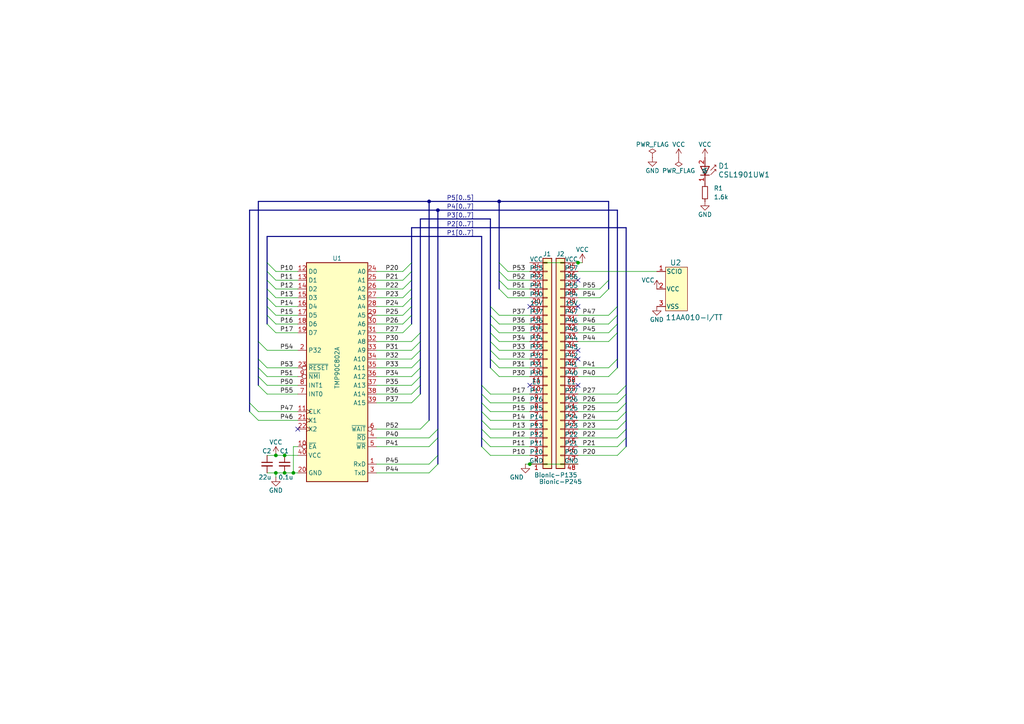
<source format=kicad_sch>
(kicad_sch (version 20231120) (generator "eeschema") (generator_version "8.0")
  (paper "A4")
  (title_block (title "BionicTMP90C802") (date "2024-12-18") (rev "7") (company "Tadashi G. Takaoka"))
  (lib_symbols
    (symbol "Device:C_Small" (pin_numbers hide) (pin_names (offset 0.254) hide)
      (property "Reference" "C" (at 0.254 1.778 0))
      (property "Value" "C_Small" (at 0.254 -2.032 0))
      (symbol "C_Small_0_1"
        (polyline (pts (xy -1.524 -0.508) (xy 1.524 -0.508)) (stroke (width 0.3302)))
        (polyline (pts (xy -1.524 0.508) (xy 1.524 0.508)) (stroke (width 0.3048)))
      )
      (symbol "C_Small_1_1"
        (pin passive line (at 0 2.54 270) (length 2.032) (name "~") (number "1"))
        (pin passive line (at 0 -2.54 90) (length 2.032) (name "~") (number "2"))
      )
    )
    (symbol "Device:R_Small" (pin_numbers hide) (pin_names (offset 0.254) hide)
      (property "Reference" "R" (at 0.762 0.508 0))
      (property "Value" "R_Small" (at 0.762 -1.016 0))
      (symbol "R_Small_0_1"
        (rectangle (start -0.762 1.778) (end 0.762 -1.778) (stroke (width 0.2032)))
      )
      (symbol "R_Small_1_1"
        (pin passive line (at 0 2.54 270) (length 0.762) (name "~") (number "1"))
        (pin passive line (at 0 -2.54 90) (length 0.762) (name "~") (number "2"))
      )
    )
    (symbol "bionic:Bionic-P135" (pin_names (offset 0))
      (property "Reference" "J" (at 0 30.48 0))
      (property "Value" "Bionic-P135" (at -1.27 -33.02 0))
      (symbol "Bionic-P135_1_1"
        (rectangle (start 0 -30.353) (end -1.27 -30.607) (stroke (width 0.1524)))
        (rectangle (start 0 -27.813) (end -1.27 -28.067) (stroke (width 0.1524)))
        (rectangle (start 0 -25.273) (end -1.27 -25.527) (stroke (width 0.1524)))
        (rectangle (start 0 -22.733) (end -1.27 -22.987) (stroke (width 0.1524)))
        (rectangle (start 0 -20.193) (end -1.27 -20.447) (stroke (width 0.1524)))
        (rectangle (start 0 -17.653) (end -1.27 -17.907) (stroke (width 0.1524)))
        (rectangle (start 0 -15.113) (end -1.27 -15.367) (stroke (width 0.1524)))
        (rectangle (start 0 -12.573) (end -1.27 -12.827) (stroke (width 0.1524)))
        (rectangle (start 0 -10.033) (end -1.27 -10.287) (stroke (width 0.1524)))
        (rectangle (start 0 -7.493) (end -1.27 -7.747) (stroke (width 0.1524)))
        (rectangle (start 0 -4.953) (end -1.27 -5.207) (stroke (width 0.1524)))
        (rectangle (start 0 -2.413) (end -1.27 -2.667) (stroke (width 0.1524)))
        (rectangle (start 0 0.127) (end -1.27 -0.127) (stroke (width 0.1524)))
        (rectangle (start 0 2.667) (end -1.27 2.413) (stroke (width 0.1524)))
        (rectangle (start 0 5.207) (end -1.27 4.953) (stroke (width 0.1524)))
        (rectangle (start 0 7.747) (end -1.27 7.493) (stroke (width 0.1524)))
        (rectangle (start 0 10.287) (end -1.27 10.033) (stroke (width 0.1524)))
        (rectangle (start 0 12.827) (end -1.27 12.573) (stroke (width 0.1524)))
        (rectangle (start 0 15.367) (end -1.27 15.113) (stroke (width 0.1524)))
        (rectangle (start 0 17.907) (end -1.27 17.653) (stroke (width 0.1524)))
        (rectangle (start 0 20.447) (end -1.27 20.193) (stroke (width 0.1524)))
        (rectangle (start 0 22.987) (end -1.27 22.733) (stroke (width 0.1524)))
        (rectangle (start 0 25.527) (end -1.27 25.273) (stroke (width 0.1524)))
        (rectangle (start 0 28.067) (end -1.27 27.813) (stroke (width 0.1524)))
        (rectangle (start 1.27 29.21) (end -1.27 -31.75) (stroke (width 0.254)) (fill (type background)))
        (pin power_in line (at -5.08 -30.48 0) (length 3.81) (name "GND") (number "1"))
        (pin bidirectional line (at -5.08 -7.62 0) (length 3.81) (name "E0") (number "10"))
        (pin bidirectional line (at -5.08 -5.08 0) (length 3.81) (name "P30") (number "11"))
        (pin bidirectional line (at -5.08 -2.54 0) (length 3.81) (name "P31") (number "12"))
        (pin bidirectional line (at -5.08 0 0) (length 3.81) (name "P32") (number "13"))
        (pin bidirectional line (at -5.08 2.54 0) (length 3.81) (name "P33") (number "14"))
        (pin bidirectional line (at -5.08 5.08 0) (length 3.81) (name "P34") (number "15"))
        (pin bidirectional line (at -5.08 7.62 0) (length 3.81) (name "P35") (number "16"))
        (pin bidirectional line (at -5.08 10.16 0) (length 3.81) (name "P36") (number "17"))
        (pin bidirectional line (at -5.08 12.7 0) (length 3.81) (name "P37") (number "18"))
        (pin power_in line (at -5.08 15.24 0) (length 3.81) (name "15V") (number "19"))
        (pin bidirectional line (at -5.08 -27.94 0) (length 3.81) (name "P10") (number "2"))
        (pin bidirectional line (at -5.08 17.78 0) (length 3.81) (name "P50") (number "20"))
        (pin bidirectional line (at -5.08 20.32 0) (length 3.81) (name "P51") (number "21"))
        (pin bidirectional line (at -5.08 22.86 0) (length 3.81) (name "P52") (number "22"))
        (pin bidirectional line (at -5.08 25.4 0) (length 3.81) (name "P53") (number "23"))
        (pin power_in line (at -5.08 27.94 0) (length 3.81) (name "VCC") (number "24"))
        (pin bidirectional line (at -5.08 -25.4 0) (length 3.81) (name "P11") (number "3"))
        (pin bidirectional line (at -5.08 -22.86 0) (length 3.81) (name "P12") (number "4"))
        (pin bidirectional line (at -5.08 -20.32 0) (length 3.81) (name "P13") (number "5"))
        (pin bidirectional line (at -5.08 -17.78 0) (length 3.81) (name "P14") (number "6"))
        (pin bidirectional line (at -5.08 -15.24 0) (length 3.81) (name "P15") (number "7"))
        (pin bidirectional line (at -5.08 -12.7 0) (length 3.81) (name "P16") (number "8"))
        (pin bidirectional line (at -5.08 -10.16 0) (length 3.81) (name "P17") (number "9"))
      )
    )
    (symbol "bionic:Bionic-P245" (pin_names (offset 0))
      (property "Reference" "J" (at -3.81 30.48 0))
      (property "Value" "Bionic-P245" (at -1.27 -33.02 0))
      (symbol "Bionic-P245_1_1"
        (rectangle (start -2.54 -30.607) (end -3.81 -30.353) (stroke (width 0.1524)))
        (rectangle (start -2.54 -28.067) (end -3.81 -27.813) (stroke (width 0.1524)))
        (rectangle (start -2.54 -25.527) (end -3.81 -25.273) (stroke (width 0.1524)))
        (rectangle (start -2.54 -22.987) (end -3.81 -22.733) (stroke (width 0.1524)))
        (rectangle (start -2.54 -20.447) (end -3.81 -20.193) (stroke (width 0.1524)))
        (rectangle (start -2.54 -17.907) (end -3.81 -17.653) (stroke (width 0.1524)))
        (rectangle (start -2.54 -15.367) (end -3.81 -15.113) (stroke (width 0.1524)))
        (rectangle (start -2.54 -12.827) (end -3.81 -12.573) (stroke (width 0.1524)))
        (rectangle (start -2.54 -10.287) (end -3.81 -10.033) (stroke (width 0.1524)))
        (rectangle (start -2.54 -7.747) (end -3.81 -7.493) (stroke (width 0.1524)))
        (rectangle (start -2.54 -5.207) (end -3.81 -4.953) (stroke (width 0.1524)))
        (rectangle (start -2.54 -2.667) (end -3.81 -2.413) (stroke (width 0.1524)))
        (rectangle (start -2.54 -0.127) (end -3.81 0.127) (stroke (width 0.1524)))
        (rectangle (start -2.54 2.413) (end -3.81 2.667) (stroke (width 0.1524)))
        (rectangle (start -2.54 4.953) (end -3.81 5.207) (stroke (width 0.1524)))
        (rectangle (start -2.54 7.493) (end -3.81 7.747) (stroke (width 0.1524)))
        (rectangle (start -2.54 10.033) (end -3.81 10.287) (stroke (width 0.1524)))
        (rectangle (start -2.54 12.573) (end -3.81 12.827) (stroke (width 0.1524)))
        (rectangle (start -2.54 15.113) (end -3.81 15.367) (stroke (width 0.1524)))
        (rectangle (start -2.54 17.653) (end -3.81 17.907) (stroke (width 0.1524)))
        (rectangle (start -2.54 20.193) (end -3.81 20.447) (stroke (width 0.1524)))
        (rectangle (start -2.54 22.733) (end -3.81 22.987) (stroke (width 0.1524)))
        (rectangle (start -2.54 25.273) (end -3.81 25.527) (stroke (width 0.1524)))
        (rectangle (start -2.54 27.813) (end -3.81 28.067) (stroke (width 0.1524)))
        (rectangle (start -2.54 29.21) (end -5.08 -31.75) (stroke (width 0.254)) (fill (type background)))
        (pin power_in line (at 1.27 27.94 180) (length 3.81) (name "VCC") (number "25"))
        (pin bidirectional line (at 1.27 25.4 180) (length 3.81) (name "P57") (number "26"))
        (pin bidirectional line (at 1.27 22.86 180) (length 3.81) (name "P56") (number "27"))
        (pin bidirectional line (at 1.27 20.32 180) (length 3.81) (name "P55") (number "28"))
        (pin bidirectional line (at 1.27 17.78 180) (length 3.81) (name "P54") (number "29"))
        (pin power_in line (at 1.27 15.24 180) (length 3.81) (name "15V") (number "30"))
        (pin bidirectional line (at 1.27 12.7 180) (length 3.81) (name "P47") (number "31"))
        (pin bidirectional line (at 1.27 10.16 180) (length 3.81) (name "P46") (number "32"))
        (pin bidirectional line (at 1.27 7.62 180) (length 3.81) (name "P45") (number "33"))
        (pin bidirectional line (at 1.27 5.08 180) (length 3.81) (name "P44") (number "34"))
        (pin bidirectional line (at 1.27 2.54 180) (length 3.81) (name "P43") (number "35"))
        (pin bidirectional line (at 1.27 0 180) (length 3.81) (name "P42") (number "36"))
        (pin bidirectional line (at 1.27 -2.54 180) (length 3.81) (name "P41") (number "37"))
        (pin bidirectional line (at 1.27 -5.08 180) (length 3.81) (name "P40") (number "38"))
        (pin bidirectional line (at 1.27 -7.62 180) (length 3.81) (name "E1") (number "39"))
        (pin bidirectional line (at 1.27 -10.16 180) (length 3.81) (name "P27") (number "40"))
        (pin bidirectional line (at 1.27 -12.7 180) (length 3.81) (name "P26") (number "41"))
        (pin bidirectional line (at 1.27 -15.24 180) (length 3.81) (name "P25") (number "42"))
        (pin bidirectional line (at 1.27 -17.78 180) (length 3.81) (name "P24") (number "43"))
        (pin bidirectional line (at 1.27 -20.32 180) (length 3.81) (name "P23") (number "44"))
        (pin bidirectional line (at 1.27 -22.86 180) (length 3.81) (name "P22") (number "45"))
        (pin bidirectional line (at 1.27 -25.4 180) (length 3.81) (name "P21") (number "46"))
        (pin bidirectional line (at 1.27 -27.94 180) (length 3.81) (name "P20") (number "47"))
        (pin power_in line (at 1.27 -30.48 180) (length 3.81) (name "GND") (number "48"))
      )
    )
    (symbol "cpu:TMP90C802A"
      (property "Reference" "U" (at -1.27 31.75 0))
      (property "Value" "TMP90C802A" (at 0 -3.81 90))
      (symbol "TMP90C802A_0_1"
        (rectangle (start -8.89 -33.02) (end 8.89 30.48) (stroke (width 0.254)) (fill (type background)))
      )
      (symbol "TMP90C802A_1_1"
        (pin input line (at 11.43 -27.94 180) (length 2.54) (name "RxD") (number "1"))
        (pin input inverted (at -11.43 -22.86 0) (length 2.54) (name "~{EA}") (number "10"))
        (pin output clock (at -11.43 -12.7 0) (length 2.54) (name "CLK") (number "11"))
        (pin bidirectional line (at -11.43 27.94 0) (length 2.54) (name "D0") (number "12"))
        (pin bidirectional line (at -11.43 25.4 0) (length 2.54) (name "D1") (number "13"))
        (pin bidirectional line (at -11.43 22.86 0) (length 2.54) (name "D2") (number "14"))
        (pin bidirectional line (at -11.43 20.32 0) (length 2.54) (name "D3") (number "15"))
        (pin bidirectional line (at -11.43 17.78 0) (length 2.54) (name "D4") (number "16"))
        (pin bidirectional line (at -11.43 15.24 0) (length 2.54) (name "D5") (number "17"))
        (pin bidirectional line (at -11.43 12.7 0) (length 2.54) (name "D6") (number "18"))
        (pin bidirectional line (at -11.43 10.16 0) (length 2.54) (name "D7") (number "19"))
        (pin bidirectional line (at -11.43 5.08 0) (length 2.54) (name "P32") (number "2"))
        (pin power_in line (at -11.43 -30.48 0) (length 2.54) (name "GND") (number "20"))
        (pin input clock (at -11.43 -15.24 0) (length 2.54) (name "X1") (number "21"))
        (pin passive clock (at -11.43 -17.78 0) (length 2.54) (name "X2") (number "22"))
        (pin input inverted (at -11.43 0 0) (length 2.54) (name "~{RESET}") (number "23"))
        (pin output line (at 11.43 27.94 180) (length 2.54) (name "A0") (number "24"))
        (pin output line (at 11.43 25.4 180) (length 2.54) (name "A1") (number "25"))
        (pin output line (at 11.43 22.86 180) (length 2.54) (name "A2") (number "26"))
        (pin output line (at 11.43 20.32 180) (length 2.54) (name "A3") (number "27"))
        (pin output line (at 11.43 17.78 180) (length 2.54) (name "A4") (number "28"))
        (pin output inverted (at 11.43 15.24 180) (length 2.54) (name "A5") (number "29"))
        (pin output line (at 11.43 -30.48 180) (length 2.54) (name "TxD") (number "3"))
        (pin output line (at 11.43 12.7 180) (length 2.54) (name "A6") (number "30"))
        (pin output line (at 11.43 10.16 180) (length 2.54) (name "A7") (number "31"))
        (pin output line (at 11.43 7.62 180) (length 2.54) (name "A8") (number "32"))
        (pin output line (at 11.43 5.08 180) (length 2.54) (name "A9") (number "33"))
        (pin output line (at 11.43 2.54 180) (length 2.54) (name "A10") (number "34"))
        (pin output line (at 11.43 0 180) (length 2.54) (name "A11") (number "35"))
        (pin output line (at 11.43 -2.54 180) (length 2.54) (name "A12") (number "36"))
        (pin output line (at 11.43 -5.08 180) (length 2.54) (name "A13") (number "37"))
        (pin output line (at 11.43 -7.62 180) (length 2.54) (name "A14") (number "38"))
        (pin output line (at 11.43 -10.16 180) (length 2.54) (name "A15") (number "39"))
        (pin output line (at 11.43 -20.32 180) (length 2.54) (name "~{RD}") (number "4"))
        (pin power_in line (at -11.43 -25.4 0) (length 2.54) (name "VCC") (number "40"))
        (pin output line (at 11.43 -22.86 180) (length 2.54) (name "~{WR}") (number "5"))
        (pin input inverted (at 11.43 -17.78 180) (length 2.54) (name "~{WAIT}") (number "6"))
        (pin input line (at -11.43 -7.62 0) (length 2.54) (name "INT0") (number "7"))
        (pin input line (at -11.43 -5.08 0) (length 2.54) (name "INT1") (number "8"))
        (pin input inverted (at -11.43 -2.54 0) (length 2.54) (name "~{NMI}") (number "9"))
      )
    )
    (symbol "microchip:11AA010-I_TT" (pin_names (offset 0.254))
      (property "Reference" "U" (at 2.54 1.27 0))
      (property "Value" "11AA010-I/TT" (at 3.81 -13.97 0))
      (symbol "11AA010-I_TT_1_1"
        (rectangle (start 0 0) (end 6.35 -12.7) (fill (type background)))
        (pin bidirectional line (at -2.54 -1.27 0) (length 2.54) (name "SCIO") (number "1"))
        (pin power_in line (at -2.54 -6.35 0) (length 2.54) (name "VCC") (number "2"))
        (pin power_in line (at -2.54 -11.43 0) (length 2.54) (name "VSS") (number "3"))
      )
    )
    (symbol "power:GND" (power) (pin_numbers hide) (pin_names (offset 0) hide)
      (property "Value" "GND" (at 0 -3.81 0))
      (symbol "GND_0_1"
        (polyline (pts (xy 0 0) (xy 0 -1.27) (xy 1.27 -1.27) (xy 0 -2.54) (xy -1.27 -1.27) (xy 0 -1.27)))
      )
      (symbol "GND_1_1"
        (pin power_in line (at 0 0 270) (length 0) (name "~") (number "1"))
      )
    )
    (symbol "power:PWR_FLAG" (power) (pin_numbers hide) (pin_names (offset 0) hide)
      (property "Value" "PWR_FLAG" (at 0 3.81 0))
      (symbol "PWR_FLAG_0_0"
        (pin power_out line (at 0 0 90) (length 0) (name "~") (number "1"))
      )
      (symbol "PWR_FLAG_0_1"
        (polyline (pts (xy 0 0) (xy 0 1.27) (xy -1.016 1.905) (xy 0 2.54) (xy 1.016 1.905) (xy 0 1.27)))
      )
    )
    (symbol "power:VCC" (power) (pin_numbers hide) (pin_names (offset 0) hide)
      (property "Value" "VCC" (at 0 3.556 0))
      (symbol "VCC_0_1"
        (polyline (pts (xy -0.762 1.27) (xy 0 2.54)))
        (polyline (pts (xy 0 0) (xy 0 2.54)))
        (polyline (pts (xy 0 2.54) (xy 0.762 1.27)))
      )
      (symbol "VCC_1_1"
        (pin power_in line (at 0 0 90) (length 0) (name "~") (number "1"))
      )
    )
    (symbol "rhom:CSL1901UW1" (pin_names (offset 0.254))
      (property "Reference" "D" (at 3.81 -2.54 0))
      (property "Value" "CSL1901UW1" (at 3.81 -5.08 0))
      (symbol "CSL1901UW1_0_1"
        (polyline (pts (xy 2.159 3.175) (xy 2.667 3.175)))
        (polyline (pts (xy 2.54 0) (xy 5.08 0)))
        (polyline (pts (xy 5.08 1.27) (xy 5.08 -1.27)) (stroke (width 0.254)))
        (polyline (pts (xy 3.683 1.651) (xy 2.159 3.175) (xy 2.159 2.667)))
        (polyline (pts (xy 2.54 -1.27) (xy 5.08 0) (xy 2.54 1.27) (xy 2.54 -1.27)) (stroke (width 0.254)))
        (polyline (pts (xy 4.953 1.651) (xy 3.429 3.175) (xy 3.429 2.667) (xy 3.429 3.175) (xy 3.937 3.175)))
      )
      (symbol "CSL1901UW1_1_1"
        (pin passive line (at 7.62 0 180) (length 2.54) (name "K") (number "1"))
        (pin passive line (at 0 0 0) (length 2.54) (name "A") (number "2"))
      )
      (symbol "CSL1901UW1_1_2"
        (polyline (pts (xy -5.08 7.62) (xy -4.445 8.255)) (stroke (width 0.2032)))
        (polyline (pts (xy -5.08 8.255) (xy -5.08 7.62)) (stroke (width 0.2032)))
        (polyline (pts (xy -4.445 6.35) (xy -3.81 6.985)) (stroke (width 0.2032)))
        (polyline (pts (xy -4.445 8.255) (xy -5.08 8.255)) (stroke (width 0.2032)))
        (polyline (pts (xy -4.445 9.525) (xy -3.81 10.16)) (stroke (width 0.2032)))
        (polyline (pts (xy -4.445 10.16) (xy -4.445 9.525)) (stroke (width 0.2032)))
        (polyline (pts (xy -3.81 6.985) (xy -5.08 8.255)) (stroke (width 0.2032)))
        (polyline (pts (xy -3.81 8.255) (xy -3.175 8.89)) (stroke (width 0.2032)))
        (polyline (pts (xy -3.81 10.16) (xy -4.445 10.16)) (stroke (width 0.2032)))
        (polyline (pts (xy -3.175 5.08) (xy -4.445 6.35)) (stroke (width 0.2032)))
        (polyline (pts (xy -3.175 8.89) (xy -4.445 10.16)) (stroke (width 0.2032)))
        (polyline (pts (xy -2.54 6.985) (xy -3.81 8.255)) (stroke (width 0.2032)))
        (polyline (pts (xy -1.905 3.81) (xy 1.905 3.81)) (stroke (width 0.2032)))
        (polyline (pts (xy 0 2.54) (xy 0 3.4798)) (stroke (width 0.2032)))
        (polyline (pts (xy 0 3.175) (xy 0 3.81)) (stroke (width 0.2032)))
        (polyline (pts (xy 0 6.35) (xy -1.905 3.81)) (stroke (width 0.2032)))
        (polyline (pts (xy 0 6.35) (xy 0 7.62)) (stroke (width 0.2032)))
        (polyline (pts (xy 1.905 3.81) (xy 0 6.35)) (stroke (width 0.2032)))
        (polyline (pts (xy 1.905 6.35) (xy -1.905 6.35)) (stroke (width 0.2032)))
        (pin unspecified line (at 0 10.16 270) (length 2.54) (name "") (number "1"))
        (pin unspecified line (at 0 0 90) (length 2.54) (name "") (number "2"))
      )
    )
  )
  (junction (at 167.64 76.2))
  (junction (at 85.09 137.16))
  (junction (at 144.78 58.42))
  (junction (at 82.55 137.16))
  (junction (at 82.55 132.08))
  (junction (at 127 60.96))
  (junction (at 153.67 134.62))
  (junction (at 124.46 58.42))
  (junction (at 80.01 137.16))
  (junction (at 80.01 132.08))
  (no_connect (at 153.67 111.76))
  (no_connect (at 167.64 81.28))
  (no_connect (at 167.64 104.14))
  (no_connect (at 153.67 88.9))
  (no_connect (at 167.64 88.9))
  (no_connect (at 167.64 101.6))
  (no_connect (at 167.64 111.76))
  (no_connect (at 86.36 124.46))
  (bus_entry (at 74.93 106.68) (size 2.54 2.54))
  (bus_entry (at 142.24 93.98) (size 2.54 2.54))
  (bus_entry (at 119.38 83.82) (size -2.54 2.54))
  (bus_entry (at 144.78 76.2) (size 2.54 2.54))
  (bus_entry (at 72.39 119.38) (size 2.54 2.54))
  (bus_entry (at 181.61 124.46) (size -2.54 2.54))
  (bus_entry (at 176.53 99.06) (size 2.54 -2.54))
  (bus_entry (at 121.92 114.3) (size -2.54 2.54))
  (bus_entry (at 127 132.08) (size -2.54 2.54))
  (bus_entry (at 181.61 114.3) (size -2.54 2.54))
  (bus_entry (at 80.01 88.9) (size -2.54 -2.54))
  (bus_entry (at 144.78 78.74) (size 2.54 2.54))
  (bus_entry (at 121.92 106.68) (size -2.54 2.54))
  (bus_entry (at 142.24 96.52) (size 2.54 2.54))
  (bus_entry (at 142.24 127) (size -2.54 -2.54))
  (bus_entry (at 119.38 106.68) (size 2.54 -2.54))
  (bus_entry (at 127 124.46) (size -2.54 2.54))
  (bus_entry (at 80.01 83.82) (size -2.54 -2.54))
  (bus_entry (at 176.53 93.98) (size 2.54 -2.54))
  (bus_entry (at 119.38 91.44) (size -2.54 2.54))
  (bus_entry (at 176.53 96.52) (size 2.54 -2.54))
  (bus_entry (at 74.93 99.06) (size 2.54 2.54))
  (bus_entry (at 142.24 129.54) (size -2.54 -2.54))
  (bus_entry (at 119.38 81.28) (size -2.54 2.54))
  (bus_entry (at 119.38 78.74) (size -2.54 2.54))
  (bus_entry (at 142.24 99.06) (size 2.54 2.54))
  (bus_entry (at 144.78 83.82) (size 2.54 2.54))
  (bus_entry (at 119.38 76.2) (size -2.54 2.54))
  (bus_entry (at 142.24 106.68) (size 2.54 2.54))
  (bus_entry (at 80.01 78.74) (size -2.54 -2.54))
  (bus_entry (at 142.24 101.6) (size 2.54 2.54))
  (bus_entry (at 142.24 104.14) (size 2.54 2.54))
  (bus_entry (at 181.61 129.54) (size -2.54 2.54))
  (bus_entry (at 181.61 121.92) (size -2.54 2.54))
  (bus_entry (at 77.47 111.76) (size -2.54 -2.54))
  (bus_entry (at 176.53 91.44) (size 2.54 -2.54))
  (bus_entry (at 173.99 86.36) (size 2.54 -2.54))
  (bus_entry (at 181.61 116.84) (size -2.54 2.54))
  (bus_entry (at 80.01 86.36) (size -2.54 -2.54))
  (bus_entry (at 142.24 132.08) (size -2.54 -2.54))
  (bus_entry (at 119.38 101.6) (size 2.54 -2.54))
  (bus_entry (at 176.53 106.68) (size 2.54 -2.54))
  (bus_entry (at 119.38 99.06) (size 2.54 -2.54))
  (bus_entry (at 179.07 114.3) (size 2.54 -2.54))
  (bus_entry (at 119.38 88.9) (size -2.54 2.54))
  (bus_entry (at 124.46 137.16) (size 2.54 -2.54))
  (bus_entry (at 142.24 91.44) (size 2.54 2.54))
  (bus_entry (at 80.01 81.28) (size -2.54 -2.54))
  (bus_entry (at 142.24 88.9) (size 2.54 2.54))
  (bus_entry (at 173.99 83.82) (size 2.54 -2.54))
  (bus_entry (at 74.93 104.14) (size 2.54 2.54))
  (bus_entry (at 176.53 109.22) (size 2.54 -2.54))
  (bus_entry (at 142.24 124.46) (size -2.54 -2.54))
  (bus_entry (at 119.38 86.36) (size -2.54 2.54))
  (bus_entry (at 142.24 114.3) (size -2.54 -2.54))
  (bus_entry (at 80.01 93.98) (size -2.54 -2.54))
  (bus_entry (at 121.92 109.22) (size -2.54 2.54))
  (bus_entry (at 80.01 91.44) (size -2.54 -2.54))
  (bus_entry (at 121.92 124.46) (size 2.54 -2.54))
  (bus_entry (at 142.24 116.84) (size -2.54 -2.54))
  (bus_entry (at 119.38 104.14) (size 2.54 -2.54))
  (bus_entry (at 142.24 119.38) (size -2.54 -2.54))
  (bus_entry (at 72.39 116.84) (size 2.54 2.54))
  (bus_entry (at 181.61 119.38) (size -2.54 2.54))
  (bus_entry (at 80.01 96.52) (size -2.54 -2.54))
  (bus_entry (at 127 127) (size -2.54 2.54))
  (bus_entry (at 121.92 111.76) (size -2.54 2.54))
  (bus_entry (at 181.61 127) (size -2.54 2.54))
  (bus_entry (at 77.47 114.3) (size -2.54 -2.54))
  (bus_entry (at 142.24 121.92) (size -2.54 -2.54))
  (bus_entry (at 119.38 93.98) (size -2.54 2.54))
  (bus_entry (at 144.78 81.28) (size 2.54 2.54))
  (bus (pts (xy 74.93 106.68) (xy 74.93 109.22)))
  (bus (pts (xy 77.47 68.58) (xy 139.7 68.58)))
  (wire (pts (xy 142.24 124.46) (xy 153.67 124.46)))
  (bus (pts (xy 119.38 83.82) (xy 119.38 86.36)))
  (wire (pts (xy 80.01 138.43) (xy 80.01 137.16)))
  (wire (pts (xy 109.22 111.76) (xy 119.38 111.76)))
  (wire (pts (xy 142.24 129.54) (xy 153.67 129.54)))
  (bus (pts (xy 77.47 76.2) (xy 77.47 68.58)))
  (bus (pts (xy 142.24 96.52) (xy 142.24 99.06)))
  (wire (pts (xy 167.64 114.3) (xy 179.07 114.3)))
  (bus (pts (xy 119.38 91.44) (xy 119.38 93.98)))
  (wire (pts (xy 80.01 91.44) (xy 86.36 91.44)))
  (bus (pts (xy 121.92 96.52) (xy 121.92 63.5)))
  (wire (pts (xy 147.32 83.82) (xy 153.67 83.82)))
  (wire (pts (xy 167.64 129.54) (xy 179.07 129.54)))
  (bus (pts (xy 181.61 121.92) (xy 181.61 124.46)))
  (bus (pts (xy 139.7 114.3) (xy 139.7 116.84)))
  (bus (pts (xy 127 60.96) (xy 127 124.46)))
  (wire (pts (xy 77.47 137.16) (xy 80.01 137.16)))
  (wire (pts (xy 144.78 93.98) (xy 153.67 93.98)))
  (bus (pts (xy 144.78 78.74) (xy 144.78 81.28)))
  (wire (pts (xy 86.36 129.54) (xy 85.09 129.54)))
  (bus (pts (xy 181.61 111.76) (xy 181.61 114.3)))
  (wire (pts (xy 167.64 83.82) (xy 173.99 83.82)))
  (wire (pts (xy 82.55 137.16) (xy 85.09 137.16)))
  (bus (pts (xy 144.78 76.2) (xy 144.78 78.74)))
  (bus (pts (xy 142.24 88.9) (xy 142.24 91.44)))
  (wire (pts (xy 142.24 114.3) (xy 153.67 114.3)))
  (bus (pts (xy 121.92 106.68) (xy 121.92 109.22)))
  (wire (pts (xy 109.22 83.82) (xy 116.84 83.82)))
  (wire (pts (xy 142.24 132.08) (xy 153.67 132.08)))
  (wire (pts (xy 167.64 119.38) (xy 179.07 119.38)))
  (bus (pts (xy 179.07 91.44) (xy 179.07 88.9)))
  (wire (pts (xy 85.09 137.16) (xy 86.36 137.16)))
  (bus (pts (xy 121.92 63.5) (xy 142.24 63.5)))
  (wire (pts (xy 80.01 78.74) (xy 86.36 78.74)))
  (bus (pts (xy 124.46 58.42) (xy 144.78 58.42)))
  (wire (pts (xy 80.01 86.36) (xy 86.36 86.36)))
  (bus (pts (xy 139.7 127) (xy 139.7 129.54)))
  (wire (pts (xy 152.4 134.62) (xy 153.67 134.62)))
  (wire (pts (xy 109.22 104.14) (xy 119.38 104.14)))
  (bus (pts (xy 77.47 86.36) (xy 77.47 88.9)))
  (wire (pts (xy 77.47 114.3) (xy 86.36 114.3)))
  (wire (pts (xy 109.22 101.6) (xy 119.38 101.6)))
  (bus (pts (xy 179.07 106.68) (xy 179.07 104.14)))
  (wire (pts (xy 167.64 96.52) (xy 176.53 96.52)))
  (bus (pts (xy 144.78 58.42) (xy 176.53 58.42)))
  (bus (pts (xy 121.92 99.06) (xy 121.92 101.6)))
  (bus (pts (xy 176.53 81.28) (xy 176.53 58.42)))
  (bus (pts (xy 119.38 81.28) (xy 119.38 83.82)))
  (bus (pts (xy 77.47 83.82) (xy 77.47 86.36)))
  (bus (pts (xy 127 60.96) (xy 179.07 60.96)))
  (bus (pts (xy 139.7 119.38) (xy 139.7 121.92)))
  (bus (pts (xy 139.7 111.76) (xy 139.7 114.3)))
  (wire (pts (xy 80.01 83.82) (xy 86.36 83.82)))
  (wire (pts (xy 109.22 96.52) (xy 116.84 96.52)))
  (bus (pts (xy 77.47 88.9) (xy 77.47 91.44)))
  (wire (pts (xy 109.22 81.28) (xy 116.84 81.28)))
  (bus (pts (xy 144.78 81.28) (xy 144.78 83.82)))
  (bus (pts (xy 176.53 83.82) (xy 176.53 81.28)))
  (bus (pts (xy 77.47 78.74) (xy 77.47 81.28)))
  (wire (pts (xy 144.78 91.44) (xy 153.67 91.44)))
  (wire (pts (xy 109.22 88.9) (xy 116.84 88.9)))
  (bus (pts (xy 181.61 66.04) (xy 181.61 111.76)))
  (wire (pts (xy 80.01 96.52) (xy 86.36 96.52)))
  (bus (pts (xy 179.07 96.52) (xy 179.07 93.98)))
  (wire (pts (xy 153.67 76.2) (xy 167.64 76.2)))
  (wire (pts (xy 144.78 104.14) (xy 153.67 104.14)))
  (bus (pts (xy 74.93 104.14) (xy 74.93 106.68)))
  (wire (pts (xy 109.22 134.62) (xy 124.46 134.62)))
  (wire (pts (xy 167.64 91.44) (xy 176.53 91.44)))
  (wire (pts (xy 82.55 132.08) (xy 86.36 132.08)))
  (wire (pts (xy 85.09 129.54) (xy 85.09 137.16)))
  (wire (pts (xy 167.64 93.98) (xy 176.53 93.98)))
  (wire (pts (xy 142.24 127) (xy 153.67 127)))
  (bus (pts (xy 119.38 88.9) (xy 119.38 91.44)))
  (bus (pts (xy 119.38 86.36) (xy 119.38 88.9)))
  (bus (pts (xy 139.7 116.84) (xy 139.7 119.38)))
  (bus (pts (xy 77.47 81.28) (xy 77.47 83.82)))
  (bus (pts (xy 74.93 109.22) (xy 74.93 111.76)))
  (wire (pts (xy 77.47 111.76) (xy 86.36 111.76)))
  (bus (pts (xy 139.7 68.58) (xy 139.7 111.76)))
  (bus (pts (xy 181.61 119.38) (xy 181.61 121.92)))
  (wire (pts (xy 167.64 124.46) (xy 179.07 124.46)))
  (wire (pts (xy 109.22 129.54) (xy 124.46 129.54)))
  (wire (pts (xy 80.01 81.28) (xy 86.36 81.28)))
  (wire (pts (xy 77.47 106.68) (xy 86.36 106.68)))
  (bus (pts (xy 119.38 76.2) (xy 119.38 78.74)))
  (wire (pts (xy 167.64 78.74) (xy 190.5 78.74)))
  (bus (pts (xy 72.39 60.96) (xy 72.39 116.84)))
  (wire (pts (xy 109.22 93.98) (xy 116.84 93.98)))
  (bus (pts (xy 142.24 63.5) (xy 142.24 88.9)))
  (bus (pts (xy 74.93 58.42) (xy 124.46 58.42)))
  (wire (pts (xy 109.22 91.44) (xy 116.84 91.44)))
  (bus (pts (xy 179.07 96.52) (xy 179.07 104.14)))
  (wire (pts (xy 144.78 109.22) (xy 153.67 109.22)))
  (wire (pts (xy 109.22 109.22) (xy 119.38 109.22)))
  (wire (pts (xy 167.64 121.92) (xy 179.07 121.92)))
  (wire (pts (xy 142.24 119.38) (xy 153.67 119.38)))
  (bus (pts (xy 121.92 111.76) (xy 121.92 114.3)))
  (bus (pts (xy 179.07 93.98) (xy 179.07 91.44)))
  (bus (pts (xy 121.92 96.52) (xy 121.92 99.06)))
  (bus (pts (xy 74.93 104.14) (xy 74.93 99.06)))
  (wire (pts (xy 109.22 124.46) (xy 121.92 124.46)))
  (wire (pts (xy 167.64 109.22) (xy 176.53 109.22)))
  (bus (pts (xy 121.92 104.14) (xy 121.92 106.68)))
  (bus (pts (xy 127 124.46) (xy 127 127)))
  (wire (pts (xy 142.24 121.92) (xy 153.67 121.92)))
  (bus (pts (xy 121.92 101.6) (xy 121.92 104.14)))
  (wire (pts (xy 144.78 101.6) (xy 153.67 101.6)))
  (wire (pts (xy 109.22 127) (xy 124.46 127)))
  (bus (pts (xy 72.39 119.38) (xy 72.39 116.84)))
  (bus (pts (xy 144.78 58.42) (xy 144.78 76.2)))
  (bus (pts (xy 119.38 76.2) (xy 119.38 66.04)))
  (wire (pts (xy 168.91 76.2) (xy 167.64 76.2)))
  (bus (pts (xy 72.39 60.96) (xy 127 60.96)))
  (bus (pts (xy 142.24 91.44) (xy 142.24 93.98)))
  (bus (pts (xy 77.47 91.44) (xy 77.47 93.98)))
  (wire (pts (xy 144.78 96.52) (xy 153.67 96.52)))
  (wire (pts (xy 109.22 99.06) (xy 119.38 99.06)))
  (wire (pts (xy 77.47 132.08) (xy 80.01 132.08)))
  (wire (pts (xy 109.22 86.36) (xy 116.84 86.36)))
  (wire (pts (xy 74.93 121.92) (xy 86.36 121.92)))
  (wire (pts (xy 142.24 116.84) (xy 153.67 116.84)))
  (wire (pts (xy 109.22 78.74) (xy 116.84 78.74)))
  (bus (pts (xy 142.24 104.14) (xy 142.24 106.68)))
  (bus (pts (xy 139.7 124.46) (xy 139.7 127)))
  (wire (pts (xy 167.64 86.36) (xy 173.99 86.36)))
  (wire (pts (xy 109.22 137.16) (xy 124.46 137.16)))
  (wire (pts (xy 144.78 106.68) (xy 153.67 106.68)))
  (bus (pts (xy 124.46 121.92) (xy 124.46 58.42)))
  (wire (pts (xy 167.64 127) (xy 179.07 127)))
  (wire (pts (xy 147.32 81.28) (xy 153.67 81.28)))
  (wire (pts (xy 74.93 119.38) (xy 86.36 119.38)))
  (wire (pts (xy 167.64 132.08) (xy 179.07 132.08)))
  (bus (pts (xy 74.93 99.06) (xy 74.93 58.42)))
  (wire (pts (xy 147.32 86.36) (xy 153.67 86.36)))
  (wire (pts (xy 147.32 78.74) (xy 153.67 78.74)))
  (bus (pts (xy 119.38 78.74) (xy 119.38 81.28)))
  (wire (pts (xy 80.01 88.9) (xy 86.36 88.9)))
  (wire (pts (xy 80.01 132.08) (xy 82.55 132.08)))
  (bus (pts (xy 142.24 99.06) (xy 142.24 101.6)))
  (bus (pts (xy 77.47 76.2) (xy 77.47 78.74)))
  (wire (pts (xy 109.22 116.84) (xy 119.38 116.84)))
  (wire (pts (xy 109.22 114.3) (xy 119.38 114.3)))
  (bus (pts (xy 127 132.08) (xy 127 134.62)))
  (bus (pts (xy 121.92 109.22) (xy 121.92 111.76)))
  (bus (pts (xy 179.07 60.96) (xy 179.07 88.9)))
  (bus (pts (xy 181.61 124.46) (xy 181.61 127)))
  (bus (pts (xy 181.61 127) (xy 181.61 129.54)))
  (wire (pts (xy 167.64 99.06) (xy 176.53 99.06)))
  (bus (pts (xy 142.24 101.6) (xy 142.24 104.14)))
  (wire (pts (xy 77.47 109.22) (xy 86.36 109.22)))
  (wire (pts (xy 109.22 106.68) (xy 119.38 106.68)))
  (wire (pts (xy 80.01 137.16) (xy 82.55 137.16)))
  (wire (pts (xy 167.64 116.84) (xy 179.07 116.84)))
  (wire (pts (xy 167.64 106.68) (xy 176.53 106.68)))
  (bus (pts (xy 181.61 116.84) (xy 181.61 119.38)))
  (bus (pts (xy 142.24 93.98) (xy 142.24 96.52)))
  (wire (pts (xy 153.67 134.62) (xy 167.64 134.62)))
  (bus (pts (xy 139.7 121.92) (xy 139.7 124.46)))
  (bus (pts (xy 181.61 114.3) (xy 181.61 116.84)))
  (wire (pts (xy 144.78 99.06) (xy 153.67 99.06)))
  (wire (pts (xy 77.47 101.6) (xy 86.36 101.6)))
  (bus (pts (xy 127 127) (xy 127 132.08)))
  (bus (pts (xy 119.38 66.04) (xy 181.61 66.04)))
  (wire (pts (xy 80.01 93.98) (xy 86.36 93.98)))
  (label "P46" (at 168.91 93.98 0))
  (label "P17" (at 85.09 96.52 180))
  (label "P52" (at 152.4 81.28 180))
  (label "P32" (at 152.4 104.14 180))
  (label "P22" (at 168.91 127 0))
  (label "P2[0..7]" (at 129.54 66.04 0))
  (label "P45" (at 168.91 96.52 0))
  (label "P27" (at 168.91 114.3 0))
  (label "P53" (at 152.4 78.74 180))
  (label "P23" (at 168.91 124.46 0))
  (label "P32" (at 111.76 104.14 0))
  (label "P3[0..7]" (at 129.54 63.5 0))
  (label "P54" (at 85.09 101.6 180))
  (label "P47" (at 85.09 119.38 180))
  (label "P50" (at 152.4 86.36 180))
  (label "P21" (at 111.76 81.28 0))
  (label "P40" (at 168.91 109.22 0))
  (label "P10" (at 152.4 132.08 180))
  (label "P50" (at 85.09 111.76 180))
  (label "P16" (at 152.4 116.84 180))
  (label "P23" (at 111.76 86.36 0))
  (label "P13" (at 152.4 124.46 180))
  (label "P34" (at 152.4 99.06 180))
  (label "P41" (at 111.76 129.54 0))
  (label "P1[0..7]" (at 129.54 68.58 0))
  (label "P14" (at 85.09 88.9 180))
  (label "P26" (at 168.91 116.84 0))
  (label "P40" (at 111.76 127 0))
  (label "P5[0..5]" (at 129.54 58.42 0))
  (label "P14" (at 152.4 121.92 180))
  (label "P25" (at 168.91 119.38 0))
  (label "P20" (at 168.91 132.08 0))
  (label "P55" (at 168.91 83.82 0))
  (label "P12" (at 85.09 83.82 180))
  (label "P11" (at 85.09 81.28 180))
  (label "P22" (at 111.76 83.82 0))
  (label "P35" (at 111.76 111.76 0))
  (label "P44" (at 168.91 99.06 0))
  (label "P46" (at 85.09 121.92 180))
  (label "P36" (at 152.4 93.98 180))
  (label "P26" (at 111.76 93.98 0))
  (label "P17" (at 152.4 114.3 180))
  (label "P16" (at 85.09 93.98 180))
  (label "P31" (at 152.4 106.68 180))
  (label "P25" (at 111.76 91.44 0))
  (label "P52" (at 111.76 124.46 0))
  (label "P11" (at 152.4 129.54 180))
  (label "P54" (at 168.91 86.36 0))
  (label "P35" (at 152.4 96.52 180))
  (label "P33" (at 152.4 101.6 180))
  (label "P33" (at 111.76 106.68 0))
  (label "P20" (at 111.76 78.74 0))
  (label "P24" (at 168.91 121.92 0))
  (label "P30" (at 111.76 99.06 0))
  (label "P30" (at 152.4 109.22 180))
  (label "P45" (at 111.76 134.62 0))
  (label "P51" (at 85.09 109.22 180))
  (label "P21" (at 168.91 129.54 0))
  (label "P47" (at 168.91 91.44 0))
  (label "P10" (at 85.09 78.74 180))
  (label "P15" (at 85.09 91.44 180))
  (label "P27" (at 111.76 96.52 0))
  (label "P53" (at 85.09 106.68 180))
  (label "P13" (at 85.09 86.36 180))
  (label "P55" (at 85.09 114.3 180))
  (label "P31" (at 111.76 101.6 0))
  (label "P36" (at 111.76 114.3 0))
  (label "P12" (at 152.4 127 180))
  (label "P4[0..7]" (at 129.54 60.96 0))
  (label "P15" (at 152.4 119.38 180))
  (label "P37" (at 111.76 116.84 0))
  (label "P44" (at 111.76 137.16 0))
  (label "P24" (at 111.76 88.9 0))
  (label "P51" (at 152.4 83.82 180))
  (label "P34" (at 111.76 109.22 0))
  (label "P37" (at 152.4 91.44 180))
  (label "P41" (at 168.91 106.68 0))
  (symbol (lib_id "Device:C_Small") (at 82.55 134.62 0) (mirror y) (unit 1)
    (property "Reference" "C1" (at 83.82 130.81 0) (effects (justify left)))
    (property "Value" "0.1u" (at 85.09 138.43 0) (effects (justify left)))
    (property "Footprint" "Capacitor_SMD:C_0603_1608Metric_Pad1.08x0.95mm_HandSolder" (effects (hide yes)))
  )
  (symbol (lib_id "power:PWR_FLAG") (at 189.23 45.72 0) (unit 1)
    (property "Reference" "#FLG01" (effects (hide yes)))
    (property "Value" "PWR_FLAG" (at 189.23 41.91 0))
    (property "Description" "Special symbol for telling ERC where power comes from" (effects (hide yes)))
  )
  (symbol (lib_id "Device:C_Small") (at 77.47 134.62 0) (mirror y) (unit 1)
    (property "Reference" "C2" (at 78.74 130.81 0) (effects (justify left)))
    (property "Value" "22u" (at 78.74 138.43 0) (effects (justify left)))
    (property "Footprint" "Capacitor_SMD:C_0603_1608Metric_Pad1.08x0.95mm_HandSolder" (effects (hide yes)))
  )
  (symbol (lib_id "rhom:CSL1901UW1") (at 204.47 45.72 270) (unit 1)
    (property "Reference" "D1" (at 208.28 48.1329 90) (effects (font (size 1.524 1.524)) (justify left)))
    (property "Value" "CSL1901UW1" (at 208.28 50.6729 90) (effects (font (size 1.524 1.524)) (justify left)))
    (property "Footprint" "rhom:LED_CSL1901UW1_ROM-M" (effects (hide yes)))
    (property "Datasheet" "https://fscdn.rohm.com/en/products/databook/datasheet/opto/led/chip_mono/csl1901uw1-e.pdf" (effects (hide yes)))
    (property "Description" "Red LED (Low Current Emission, SMD)" (effects (hide yes)))
  )
  (symbol (lib_id "power:VCC") (at 80.01 132.08 0) (unit 1)
    (property "Reference" "#PWR06" (effects (hide yes)))
    (property "Value" "VCC" (at 80.01 128.27 0))
    (property "Description" "Power symbol creates a global label with name \"VCC\"" (effects (hide yes)))
  )
  (symbol (lib_id "power:GND") (at 189.23 45.72 0) (unit 1)
    (property "Reference" "#PWR03" (effects (hide yes)))
    (property "Value" "GND" (at 189.23 49.53 0))
    (property "Description" "Power symbol creates a global label with name \"GND\" , ground" (effects (hide yes)))
  )
  (symbol (lib_id "power:VCC") (at 190.5 83.82 0) (unit 1)
    (property "Reference" "#PWR02" (effects (hide yes)))
    (property "Value" "VCC" (at 187.96 81.28 0))
    (property "Description" "Power symbol creates a global label with name \"VCC\"" (effects (hide yes)))
  )
  (symbol (lib_id "microchip:11AA010-I_TT") (at 193.04 77.47 0) (unit 1)
    (property "Reference" "U2" (at 194.31 76.2 0) (effects (font (size 1.524 1.524)) (justify left)))
    (property "Value" "11AA010-I/TT" (at 193.04 92.075 0) (effects (font (size 1.524 1.524)) (justify left)))
    (property "Footprint" "microchip:SOT-23_MC_MCH-M" (effects (hide yes)))
    (property "Datasheet" "11AA010-I/TO" (effects (hide yes)))
    (property "Description" "UNI/O Serial EEPROM (1Kbit)" (effects (hide yes)))
  )
  (symbol (lib_id "cpu:TMP90C802A") (at 97.79 106.68 0) (unit 1)
    (property "Reference" "U1" (at 97.79 74.93 0))
    (property "Value" "TMP90C802A" (at 97.79 106.68 90))
    (property "Footprint" "bionic:DIP-40_W15.24mm_Socket" (effects (hide yes)))
    (property "Datasheet" "https://www.datasheet-pdf.com/PDF/TMP90C802A-Datasheet-Toshiba-538374" (effects (hide yes)))
    (property "Description" "8-bit General Purpose Microprocessor, DIP-40" (effects (hide yes)))
  )
  (symbol (lib_id "power:GND") (at 152.4 134.62 0) (unit 1)
    (property "Reference" "#PWR08" (effects (hide yes)))
    (property "Value" "GND" (at 149.86 138.43 0))
    (property "Description" "Power symbol creates a global label with name \"GND\" , ground" (effects (hide yes)))
  )
  (symbol (lib_id "bionic:Bionic-P245") (at 166.37 104.14 0) (unit 1)
    (property "Reference" "J2" (at 162.56 73.66 0))
    (property "Value" "Bionic-P245" (at 162.56 139.7 0))
    (property "Footprint" "bionic:Bionic-P245_Vertical" (effects (hide yes)))
    (property "Description" "Generic connector, single row, 01x24, script generated (kicad-library-utils/schlib/autogen/connector/)" (effects (hide yes)))
  )
  (symbol (lib_id "power:GND") (at 80.01 138.43 0) (unit 1)
    (property "Reference" "#PWR05" (effects (hide yes)))
    (property "Value" "GND" (at 80.01 142.24 0))
    (property "Description" "Power symbol creates a global label with name \"GND\" , ground" (effects (hide yes)))
  )
  (symbol (lib_id "bionic:Bionic-P135") (at 158.75 104.14 0) (unit 1)
    (property "Reference" "J1" (at 157.48 73.66 0) (effects (justify left)))
    (property "Value" "Bionic-P135" (at 154.94 137.795 0) (effects (justify left)))
    (property "Footprint" "bionic:Bionic-P135_Vertical" (effects (hide yes)))
    (property "Description" "Generic connector, single row, 01x24, script generated (kicad-library-utils/schlib/autogen/connector/)" (effects (hide yes)))
  )
  (symbol (lib_id "Device:R_Small") (at 204.47 55.88 0) (unit 1)
    (property "Reference" "R1" (at 207.01 54.61 0) (effects (justify left)))
    (property "Value" "1.6k" (at 207.01 57.15 0) (effects (justify left)))
    (property "Footprint" "Resistor_SMD:R_0603_1608Metric_Pad0.98x0.95mm_HandSolder" (effects (hide yes)))
    (property "Description" "Resistor, small symbol" (effects (hide yes)))
  )
  (symbol (lib_id "power:VCC") (at 204.47 45.72 0) (unit 1)
    (property "Reference" "#PWR010" (effects (hide yes)))
    (property "Value" "VCC" (at 204.47 41.91 0))
    (property "Description" "Power symbol creates a global label with name \"VCC\"" (effects (hide yes)))
  )
  (symbol (lib_id "power:VCC") (at 168.91 76.2 0) (unit 1)
    (property "Reference" "#PWR07" (effects (hide yes)))
    (property "Value" "VCC" (at 168.91 72.39 0))
    (property "Description" "Power symbol creates a global label with name \"VCC\"" (effects (hide yes)))
  )
  (symbol (lib_id "power:PWR_FLAG") (at 196.85 45.72 180) (unit 1)
    (property "Reference" "#FLG02" (effects (hide yes)))
    (property "Value" "PWR_FLAG" (at 196.85 49.53 0))
    (property "Description" "Special symbol for telling ERC where power comes from" (effects (hide yes)))
  )
  (symbol (lib_id "power:VCC") (at 196.85 45.72 0) (unit 1)
    (property "Reference" "#PWR09" (effects (hide yes)))
    (property "Value" "VCC" (at 196.85 41.91 0))
    (property "Description" "Power symbol creates a global label with name \"VCC\"" (effects (hide yes)))
  )
  (symbol (lib_id "power:GND") (at 190.5 88.9 0) (unit 1)
    (property "Reference" "#PWR01" (effects (hide yes)))
    (property "Value" "GND" (at 190.5 92.71 0))
    (property "Description" "Power symbol creates a global label with name \"GND\" , ground" (effects (hide yes)))
  )
  (symbol (lib_id "power:GND") (at 204.47 58.42 0) (unit 1)
    (property "Reference" "#PWR04" (effects (hide yes)))
    (property "Value" "GND" (at 204.47 62.23 0))
    (property "Description" "Power symbol creates a global label with name \"GND\" , ground" (effects (hide yes)))
  )
)
</source>
